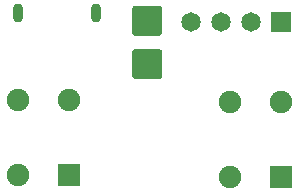
<source format=gbs>
G04 #@! TF.GenerationSoftware,KiCad,Pcbnew,5.1.8-db9833491~88~ubuntu16.04.1*
G04 #@! TF.CreationDate,2020-12-23T08:51:26-07:00*
G04 #@! TF.ProjectId,PoNS,506f4e53-2e6b-4696-9361-645f70636258,rev?*
G04 #@! TF.SameCoordinates,Original*
G04 #@! TF.FileFunction,Soldermask,Bot*
G04 #@! TF.FilePolarity,Negative*
%FSLAX46Y46*%
G04 Gerber Fmt 4.6, Leading zero omitted, Abs format (unit mm)*
G04 Created by KiCad (PCBNEW 5.1.8-db9833491~88~ubuntu16.04.1) date 2020-12-23 08:51:26*
%MOMM*%
%LPD*%
G01*
G04 APERTURE LIST*
%ADD10R,1.905000X1.905000*%
%ADD11C,1.905000*%
%ADD12C,1.651000*%
%ADD13R,1.651000X1.651000*%
%ADD14O,0.900000X1.600000*%
G04 APERTURE END LIST*
G36*
G01*
X148077000Y-67471401D02*
X148077000Y-65421399D01*
G75*
G02*
X148326999Y-65171400I249999J0D01*
G01*
X150377001Y-65171400D01*
G75*
G02*
X150627000Y-65421399I0J-249999D01*
G01*
X150627000Y-67471401D01*
G75*
G02*
X150377001Y-67721400I-249999J0D01*
G01*
X148326999Y-67721400D01*
G75*
G02*
X148077000Y-67471401I0J249999D01*
G01*
G37*
G36*
G01*
X148077000Y-63813801D02*
X148077000Y-61763799D01*
G75*
G02*
X148326999Y-61513800I249999J0D01*
G01*
X150377001Y-61513800D01*
G75*
G02*
X150627000Y-61763799I0J-249999D01*
G01*
X150627000Y-63813801D01*
G75*
G02*
X150377001Y-64063800I-249999J0D01*
G01*
X148326999Y-64063800D01*
G75*
G02*
X148077000Y-63813801I0J249999D01*
G01*
G37*
D10*
X142773400Y-75819000D03*
D11*
X138455400Y-75819000D03*
X138455400Y-69453000D03*
X142773400Y-69453000D03*
D10*
X160655000Y-76022200D03*
D11*
X156337000Y-76022200D03*
X156337000Y-69656200D03*
X160655000Y-69656200D03*
D12*
X153111200Y-62890400D03*
X155651200Y-62890400D03*
X158191200Y-62890400D03*
D13*
X160731200Y-62890400D03*
D14*
X138393900Y-62166500D03*
X144993900Y-62166500D03*
M02*

</source>
